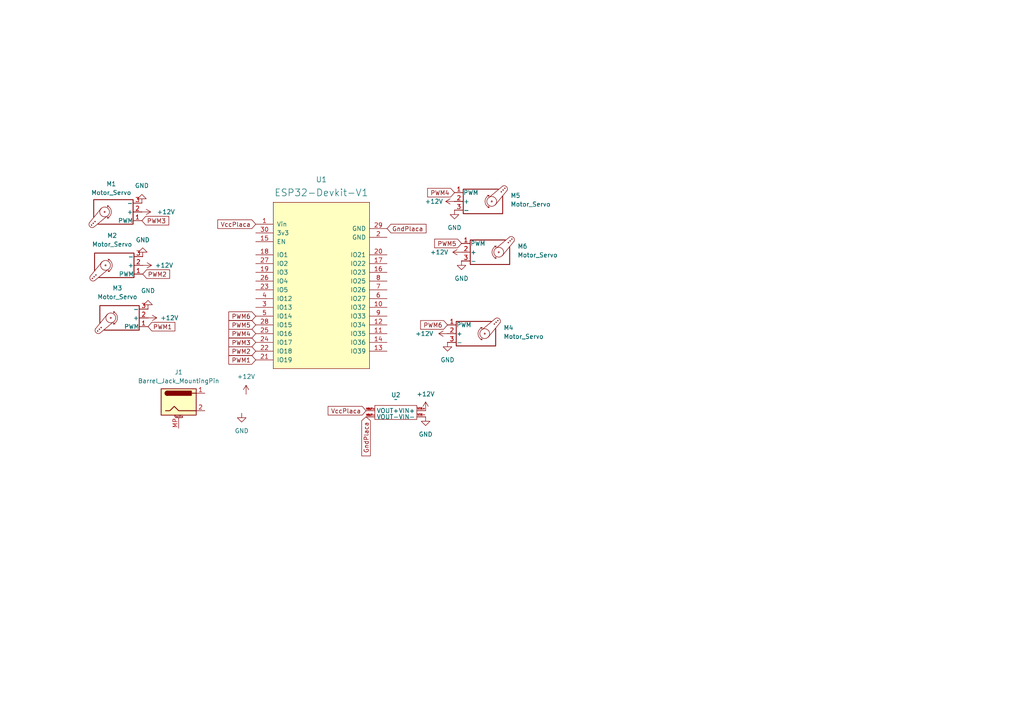
<source format=kicad_sch>
(kicad_sch (version 20231120) (generator "eeschema") (generator_version "8.0")
  (paper "A4")
  (lib_symbols
    (symbol "Connector:Barrel_Jack_MountingPin" (pin_names hide)
      (property "Reference" "J" (at 0 5.334 0))
      (property "Value" "Barrel_Jack_MountingPin" (at 1.27 -6.35 0))
      (symbol "Barrel_Jack_MountingPin_0_1"
        (rectangle (start -5.08 3.81) (end 5.08 -3.81) (stroke (width 0.254)) (fill (type background)))
        (arc (start -3.302 3.175) (mid -3.9343 2.54) (end -3.302 1.905) (stroke (width 0.254)))
        (arc (start -3.302 3.175) (mid -3.9343 2.54) (end -3.302 1.905) (stroke (width 0.254)) (fill (type outline)))
        (polyline (pts (xy 5.08 2.54) (xy 3.81 2.54)) (stroke (width 0.254)))
        (polyline (pts (xy -3.81 -2.54) (xy -2.54 -2.54) (xy -1.27 -1.27) (xy 0 -2.54) (xy 2.54 -2.54) (xy 5.08 -2.54)) (stroke (width 0.254)))
        (rectangle (start 3.683 3.175) (end -3.302 1.905) (stroke (width 0.254)) (fill (type outline)))
      )
      (symbol "Barrel_Jack_MountingPin_1_1"
        (polyline (pts (xy -1.016 -4.572) (xy 1.016 -4.572)) (stroke (width 0.1524)))
        (text "Mounting" (at 0 -4.191 0) (effects (font (size 0.381 0.381))))
        (pin passive line (at 7.62 2.54 180) (length 2.54) (name "~") (number "1"))
        (pin passive line (at 7.62 -2.54 180) (length 2.54) (name "~") (number "2"))
        (pin passive line (at 0 -7.62 90) (length 3.048) (name "MountPin") (number "MP"))
      )
    )
    (symbol "Motor:Motor_Servo" (pin_names (offset 0.0254))
      (property "Reference" "M" (at -5.08 4.445 0))
      (property "Value" "Motor_Servo" (at -5.08 -4.064 0))
      (symbol "Motor_Servo_0_1"
        (polyline (pts (xy 2.413 -1.778) (xy 2.032 -1.778)))
        (polyline (pts (xy 2.413 -1.778) (xy 2.286 -1.397)))
        (polyline (pts (xy 2.413 1.778) (xy 1.905 1.778)))
        (polyline (pts (xy 2.413 1.778) (xy 2.286 1.397)))
        (polyline (pts (xy 6.35 4.445) (xy 2.54 1.27)))
        (polyline (pts (xy 7.62 3.175) (xy 4.191 -1.016)))
        (polyline (pts (xy 5.08 3.556) (xy -5.08 3.556) (xy -5.08 -3.556) (xy 6.35 -3.556) (xy 6.35 1.524)) (stroke (width 0.254)))
        (arc (start 2.413 1.778) (mid 1.2406 0) (end 2.413 -1.778))
        (circle (center 3.175 0) (radius 0.1778))
        (circle (center 3.175 0) (radius 1.4224))
        (circle (center 5.969 2.794) (radius 0.127))
        (circle (center 6.477 3.302) (radius 0.127))
        (circle (center 6.985 3.81) (radius 0.127))
        (arc (start 7.62 3.175) (mid 7.4485 4.2735) (end 6.35 4.445))
      )
      (symbol "Motor_Servo_1_1"
        (pin passive line (at -7.62 2.54 0) (length 2.54) (name "PWM") (number "1"))
        (pin passive line (at -7.62 0 0) (length 2.54) (name "+") (number "2"))
        (pin passive line (at -7.62 -2.54 0) (length 2.54) (name "-") (number "3"))
      )
    )
    (symbol "Mt3608:LM2596"
      (property "Reference" "U" (at 0 3.81 0))
      (symbol "LM2596_0_1"
        (rectangle (start -6.096 2.794) (end 6.096 -1.27))
      )
      (symbol "LM2596_1_1"
        (pin input line (at 8.636 1.27 180) (length 2.54) (name "VIN+") (number "VIN+"))
        (pin input line (at 8.636 -0.508 180) (length 2.54) (name "VIN-") (number "VIN-"))
        (pin input line (at -8.636 1.27 0) (length 2.54) (name "VOUT+") (number "VOUT+"))
        (pin input line (at -8.636 -0.508 0) (length 2.54) (name "VOUT-") (number "VOUT-"))
      )
    )
    (symbol "esp32-devkit-v1:ESP32-Devkit-V1" (pin_names (offset 1.016))
      (property "Reference" "U" (at 13.97 -21.59 0))
      (property "Value" "ESP32-Devkit-V1" (at 13.97 -2.54 0))
      (symbol "ESP32-Devkit-V1_0_1"
        (rectangle (start 0 0) (end 27.94 -48.26) (fill (type background)))
      )
      (symbol "ESP32-Devkit-V1_1_1"
        (pin power_in line (at -5.08 -6.35 0) (length 5.08) (name "Vin") (number "1"))
        (pin bidirectional line (at 33.02 -30.48 180) (length 5.08) (name "IO32") (number "10"))
        (pin bidirectional line (at 33.02 -38.1 180) (length 5.08) (name "IO35") (number "11"))
        (pin bidirectional line (at 33.02 -35.56 180) (length 5.08) (name "IO34") (number "12"))
        (pin bidirectional line (at 33.02 -43.18 180) (length 5.08) (name "IO39") (number "13"))
        (pin bidirectional line (at 33.02 -40.64 180) (length 5.08) (name "IO36") (number "14"))
        (pin input line (at -5.08 -11.43 0) (length 5.08) (name "EN") (number "15"))
        (pin bidirectional line (at 33.02 -20.32 180) (length 5.08) (name "IO23") (number "16"))
        (pin bidirectional line (at 33.02 -17.78 180) (length 5.08) (name "IO22") (number "17"))
        (pin bidirectional line (at -5.08 -15.24 0) (length 5.08) (name "IO1") (number "18"))
        (pin bidirectional line (at -5.08 -20.32 0) (length 5.08) (name "IO3") (number "19"))
        (pin power_out line (at 33.02 -10.16 180) (length 5.08) (name "GND") (number "2"))
        (pin bidirectional line (at 33.02 -15.24 180) (length 5.08) (name "IO21") (number "20"))
        (pin bidirectional line (at -5.08 -45.72 0) (length 5.08) (name "IO19") (number "21"))
        (pin bidirectional line (at -5.08 -43.18 0) (length 5.08) (name "IO18") (number "22"))
        (pin bidirectional line (at -5.08 -25.4 0) (length 5.08) (name "IO5") (number "23"))
        (pin bidirectional line (at -5.08 -40.64 0) (length 5.08) (name "IO17") (number "24"))
        (pin bidirectional line (at -5.08 -38.1 0) (length 5.08) (name "IO16") (number "25"))
        (pin bidirectional line (at -5.08 -22.86 0) (length 5.08) (name "IO4") (number "26"))
        (pin bidirectional line (at -5.08 -17.78 0) (length 5.08) (name "IO2") (number "27"))
        (pin bidirectional line (at -5.08 -35.56 0) (length 5.08) (name "IO15") (number "28"))
        (pin power_out line (at 33.02 -7.62 180) (length 5.08) (name "GND") (number "29"))
        (pin bidirectional line (at -5.08 -30.48 0) (length 5.08) (name "IO13") (number "3"))
        (pin power_out line (at -5.08 -8.89 0) (length 5.08) (name "3v3") (number "30"))
        (pin bidirectional line (at -5.08 -27.94 0) (length 5.08) (name "IO12") (number "4"))
        (pin bidirectional line (at -5.08 -33.02 0) (length 5.08) (name "IO14") (number "5"))
        (pin bidirectional line (at 33.02 -27.94 180) (length 5.08) (name "IO27") (number "6"))
        (pin bidirectional line (at 33.02 -25.4 180) (length 5.08) (name "IO26") (number "7"))
        (pin bidirectional line (at 33.02 -22.86 180) (length 5.08) (name "IO25") (number "8"))
        (pin bidirectional line (at 33.02 -33.02 180) (length 5.08) (name "IO33") (number "9"))
      )
    )
    (symbol "power:+12V" (power) (pin_numbers hide) (pin_names (offset 0) hide)
      (property "Value" "+12V" (at 0 3.556 0))
      (symbol "+12V_0_1"
        (polyline (pts (xy -0.762 1.27) (xy 0 2.54)))
        (polyline (pts (xy 0 0) (xy 0 2.54)))
        (polyline (pts (xy 0 2.54) (xy 0.762 1.27)))
      )
      (symbol "+12V_1_1"
        (pin power_in line (at 0 0 90) (length 0) (name "~") (number "1"))
      )
    )
    (symbol "power:GND" (power) (pin_numbers hide) (pin_names (offset 0) hide)
      (property "Value" "GND" (at 0 -3.81 0))
      (symbol "GND_0_1"
        (polyline (pts (xy 0 0) (xy 0 -1.27) (xy 1.27 -1.27) (xy 0 -2.54) (xy -1.27 -1.27) (xy 0 -1.27)))
      )
      (symbol "GND_1_1"
        (pin power_in line (at 0 0 270) (length 0) (name "~") (number "1"))
      )
    )
  )
  (global_label "PWM5" (shape input) (at 133.858 70.612 180) (property "Intersheetrefs" "${INTERSHEET_REFS}" (effects (hide yes))))
  (global_label "VccPlaca" (shape input) (at 74.168 65.024 180) (property "Intersheetrefs" "${INTERSHEET_REFS}" (effects (hide yes))))
  (global_label "PWM3" (shape input) (at 74.168 99.314 180) (property "Intersheetrefs" "${INTERSHEET_REFS}" (effects (hide yes))))
  (global_label "PWM2" (shape input) (at 41.402 79.502 0) (property "Intersheetrefs" "${INTERSHEET_REFS}" (effects (hide yes))))
  (global_label "PWM3" (shape input) (at 41.148 64.008 0) (property "Intersheetrefs" "${INTERSHEET_REFS}" (effects (hide yes))))
  (global_label "PWM6" (shape input) (at 74.168 91.694 180) (property "Intersheetrefs" "${INTERSHEET_REFS}" (effects (hide yes))))
  (global_label "PWM5" (shape input) (at 74.168 94.234 180) (property "Intersheetrefs" "${INTERSHEET_REFS}" (effects (hide yes))))
  (global_label "PWM2" (shape input) (at 74.168 101.854 180) (property "Intersheetrefs" "${INTERSHEET_REFS}" (effects (hide yes))))
  (global_label "PWM1" (shape input) (at 42.926 94.742 0) (property "Intersheetrefs" "${INTERSHEET_REFS}" (effects (hide yes))))
  (global_label "GndPlaca" (shape input) (at 106.172 120.904 270) (property "Intersheetrefs" "${INTERSHEET_REFS}" (effects (hide yes))))
  (global_label "GndPlaca" (shape input) (at 112.268 66.294 0) (property "Intersheetrefs" "${INTERSHEET_REFS}" (effects (hide yes))))
  (global_label "PWM4" (shape input) (at 131.826 55.88 180) (property "Intersheetrefs" "${INTERSHEET_REFS}" (effects (hide yes))))
  (global_label "PWM6" (shape input) (at 129.794 94.234 180) (property "Intersheetrefs" "${INTERSHEET_REFS}" (effects (hide yes))))
  (global_label "PWM4" (shape input) (at 74.168 96.774 180) (property "Intersheetrefs" "${INTERSHEET_REFS}" (effects (hide yes))))
  (global_label "PWM1" (shape input) (at 74.168 104.394 180) (property "Intersheetrefs" "${INTERSHEET_REFS}" (effects (hide yes))))
  (global_label "VccPlaca" (shape input) (at 106.172 119.126 180) (property "Intersheetrefs" "${INTERSHEET_REFS}" (effects (hide yes))))
  (symbol (lib_id "power:GND") (at 41.148 58.928 180) (unit 1)
    (property "Reference" "#PWR014" (effects (hide yes)))
    (property "Value" "GND" (at 41.148 53.848 0))
    (property "Description" "Power symbol creates a global label with name \"GND\" , ground" (effects (hide yes)))
  )
  (symbol (lib_id "power:+12V") (at 123.444 119.126 0) (unit 1)
    (property "Reference" "#PWR08" (effects (hide yes)))
    (property "Value" "+12V" (at 123.444 114.3 0))
    (property "Description" "Power symbol creates a global label with name \"+12V\"" (effects (hide yes)))
  )
  (symbol (lib_id "Motor:Motor_Servo") (at 141.478 73.152 0) (unit 1)
    (property "Reference" "M6" (at 150.114 71.4485 0) (effects (justify left)))
    (property "Value" "Motor_Servo" (at 150.114 73.9885 0) (effects (justify left)))
    (property "Footprint" "Connector_PinHeader_2.54mm:PinHeader_1x03_P2.54mm_Vertical" (effects (hide yes)))
    (property "Datasheet" "http://forums.parallax.com/uploads/attachments/46831/74481.png" (effects (hide yes)))
    (property "Description" "Servo Motor (Futaba, HiTec, JR connector)" (effects (hide yes)))
  )
  (symbol (lib_id "power:GND") (at 133.858 75.692 0) (unit 1)
    (property "Reference" "#PWR012" (effects (hide yes)))
    (property "Value" "GND" (at 133.858 80.772 0))
    (property "Description" "Power symbol creates a global label with name \"GND\" , ground" (effects (hide yes)))
  )
  (symbol (lib_id "power:GND") (at 70.104 119.888 0) (unit 1)
    (property "Reference" "#PWR09" (effects (hide yes)))
    (property "Value" "GND" (at 70.104 124.968 0))
    (property "Description" "Power symbol creates a global label with name \"GND\" , ground" (effects (hide yes)))
  )
  (symbol (lib_id "power:+12V") (at 41.148 61.468 270) (unit 1)
    (property "Reference" "#PWR06" (effects (hide yes)))
    (property "Value" "+12V" (at 45.466 61.4679 90) (effects (justify left)))
    (property "Description" "Power symbol creates a global label with name \"+12V\"" (effects (hide yes)))
  )
  (symbol (lib_id "power:+12V") (at 42.926 92.202 270) (unit 1)
    (property "Reference" "#PWR03" (effects (hide yes)))
    (property "Value" "+12V" (at 46.482 92.2019 90) (effects (justify left)))
    (property "Description" "Power symbol creates a global label with name \"+12V\"" (effects (hide yes)))
  )
  (symbol (lib_id "power:+12V") (at 131.826 58.42 90) (unit 1)
    (property "Reference" "#PWR05" (effects (hide yes)))
    (property "Value" "+12V" (at 128.524 58.4199 90) (effects (justify left)))
    (property "Description" "Power symbol creates a global label with name \"+12V\"" (effects (hide yes)))
  )
  (symbol (lib_id "power:+12V") (at 129.794 96.774 90) (unit 1)
    (property "Reference" "#PWR02" (effects (hide yes)))
    (property "Value" "+12V" (at 125.73 96.7739 90) (effects (justify left)))
    (property "Description" "Power symbol creates a global label with name \"+12V\"" (effects (hide yes)))
  )
  (symbol (lib_id "Mt3608:LM2596") (at 114.808 120.396 0) (unit 1)
    (property "Reference" "U2" (at 114.808 114.554 0))
    (property "Value" "~" (at 114.808 115.824 0))
  )
  (symbol (lib_id "power:GND") (at 123.444 120.904 0) (unit 1)
    (property "Reference" "#PWR010" (effects (hide yes)))
    (property "Value" "GND" (at 123.444 125.984 0))
    (property "Description" "Power symbol creates a global label with name \"GND\" , ground" (effects (hide yes)))
  )
  (symbol (lib_id "esp32-devkit-v1:ESP32-Devkit-V1") (at 79.248 58.674 0) (unit 1)
    (property "Reference" "U1" (at 93.218 52.07 0) (effects (font (size 1.524 1.524))))
    (property "Value" "ESP32-Devkit-V1" (at 93.218 55.88 0) (effects (font (size 2.0066 2.0066))))
    (property "Footprint" "DOIT_ESP32:DOIT_ESP32_Devkit_mirko" (effects (hide yes)))
  )
  (symbol (lib_id "power:GND") (at 131.826 60.96 0) (unit 1)
    (property "Reference" "#PWR013" (effects (hide yes)))
    (property "Value" "GND" (at 131.826 66.04 0))
    (property "Description" "Power symbol creates a global label with name \"GND\" , ground" (effects (hide yes)))
  )
  (symbol (lib_id "Motor:Motor_Servo") (at 35.306 92.202 180) (unit 1)
    (property "Reference" "M3" (at 34.0471 83.566 0))
    (property "Value" "Motor_Servo" (at 34.0471 86.106 0))
    (property "Footprint" "Connector_PinHeader_2.54mm:PinHeader_1x03_P2.54mm_Vertical" (effects (hide yes)))
    (property "Datasheet" "http://forums.parallax.com/uploads/attachments/46831/74481.png" (effects (hide yes)))
    (property "Description" "Servo Motor (Futaba, HiTec, JR connector)" (effects (hide yes)))
  )
  (symbol (lib_id "power:GND") (at 129.794 99.314 0) (unit 1)
    (property "Reference" "#PWR011" (effects (hide yes)))
    (property "Value" "GND" (at 129.794 104.394 0))
    (property "Description" "Power symbol creates a global label with name \"GND\" , ground" (effects (hide yes)))
  )
  (symbol (lib_id "Motor:Motor_Servo") (at 33.782 76.962 180) (unit 1)
    (property "Reference" "M2" (at 32.5231 68.326 0))
    (property "Value" "Motor_Servo" (at 32.5231 70.866 0))
    (property "Footprint" "Connector_PinHeader_2.54mm:PinHeader_1x03_P2.54mm_Vertical" (effects (hide yes)))
    (property "Datasheet" "http://forums.parallax.com/uploads/attachments/46831/74481.png" (effects (hide yes)))
    (property "Description" "Servo Motor (Futaba, HiTec, JR connector)" (effects (hide yes)))
  )
  (symbol (lib_id "power:+12V") (at 133.858 73.152 90) (unit 1)
    (property "Reference" "#PWR04" (effects (hide yes)))
    (property "Value" "+12V" (at 130.048 73.1519 90) (effects (justify left)))
    (property "Description" "Power symbol creates a global label with name \"+12V\"" (effects (hide yes)))
  )
  (symbol (lib_id "Motor:Motor_Servo") (at 33.528 61.468 180) (unit 1)
    (property "Reference" "M1" (at 32.2691 53.34 0))
    (property "Value" "Motor_Servo" (at 32.2691 55.88 0))
    (property "Footprint" "Connector_PinHeader_2.54mm:PinHeader_1x03_P2.54mm_Vertical" (effects (hide yes)))
    (property "Datasheet" "http://forums.parallax.com/uploads/attachments/46831/74481.png" (effects (hide yes)))
    (property "Description" "Servo Motor (Futaba, HiTec, JR connector)" (effects (hide yes)))
  )
  (symbol (lib_id "power:GND") (at 41.402 74.422 180) (unit 1)
    (property "Reference" "#PWR015" (effects (hide yes)))
    (property "Value" "GND" (at 41.402 69.596 0))
    (property "Description" "Power symbol creates a global label with name \"GND\" , ground" (effects (hide yes)))
  )
  (symbol (lib_id "power:+12V") (at 71.374 114.3 0) (unit 1)
    (property "Reference" "#PWR01" (effects (hide yes)))
    (property "Value" "+12V" (at 71.374 109.22 0))
    (property "Description" "Power symbol creates a global label with name \"+12V\"" (effects (hide yes)))
  )
  (symbol (lib_id "power:GND") (at 42.926 89.662 180) (unit 1)
    (property "Reference" "#PWR016" (effects (hide yes)))
    (property "Value" "GND" (at 42.926 84.328 0))
    (property "Description" "Power symbol creates a global label with name \"GND\" , ground" (effects (hide yes)))
  )
  (symbol (lib_id "Connector:Barrel_Jack_MountingPin") (at 51.816 116.586 0) (unit 1)
    (property "Reference" "J1" (at 51.816 107.95 0))
    (property "Value" "Barrel_Jack_MountingPin" (at 51.816 110.49 0))
    (property "Footprint" "Connector_BarrelJack:BarrelJack_CUI_PJ-102AH_Horizontal" (effects (hide yes)))
    (property "Description" "DC Barrel Jack with a mounting pin" (effects (hide yes)))
  )
  (symbol (lib_id "Motor:Motor_Servo") (at 139.446 58.42 0) (unit 1)
    (property "Reference" "M5" (at 148.082 56.7165 0) (effects (justify left)))
    (property "Value" "Motor_Servo" (at 148.082 59.2565 0) (effects (justify left)))
    (property "Footprint" "Connector_PinHeader_2.54mm:PinHeader_1x03_P2.54mm_Vertical" (effects (hide yes)))
    (property "Datasheet" "http://forums.parallax.com/uploads/attachments/46831/74481.png" (effects (hide yes)))
    (property "Description" "Servo Motor (Futaba, HiTec, JR connector)" (effects (hide yes)))
  )
  (symbol (lib_id "Motor:Motor_Servo") (at 137.414 96.774 0) (unit 1)
    (property "Reference" "M4" (at 146.05 95.0705 0) (effects (justify left)))
    (property "Value" "Motor_Servo" (at 146.05 97.6105 0) (effects (justify left)))
    (property "Footprint" "Connector_PinHeader_2.54mm:PinHeader_1x03_P2.54mm_Vertical" (effects (hide yes)))
    (property "Datasheet" "http://forums.parallax.com/uploads/attachments/46831/74481.png" (effects (hide yes)))
    (property "Description" "Servo Motor (Futaba, HiTec, JR connector)" (effects (hide yes)))
  )
  (symbol (lib_id "power:+12V") (at 41.402 76.962 270) (unit 1)
    (property "Reference" "#PWR07" (effects (hide yes)))
    (property "Value" "+12V" (at 44.958 76.9619 90) (effects (justify left)))
    (property "Description" "Power symbol creates a global label with name \"+12V\"" (effects (hide yes)))
  )
)
</source>
